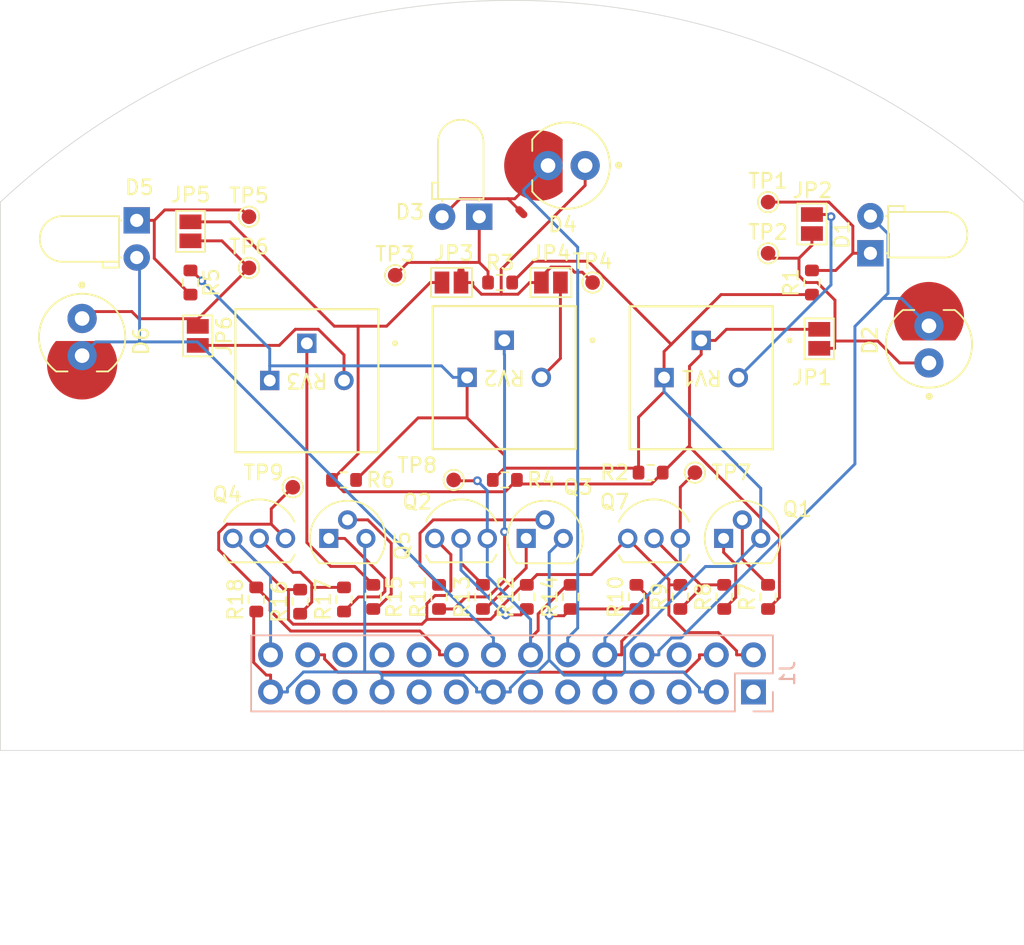
<source format=kicad_pcb>
(kicad_pcb (version 20240108) (generator "pcbnew") (generator_version "8.0")
  (layers (0 "F.Cu" signal) (31 "B.Cu" signal) (34 "B.Paste" user) (35 "F.Paste" user) (36 "B.SilkS" user "B.Silkscreen") (37 "F.SilkS" user "F.Silkscreen") (38 "B.Mask" user) (39 "F.Mask" user) (44 "Edge.Cuts" user))
  (net 0 "")
  (net 1 "PE15")
  (net 2 "PE13")
  (net 3 "PE11")
  (net 4 "PC4")
  (net 5 "3V3")
  (net 6 "PA3")
  (net 7 "BATT")
  (net 8 "GND")
  (net 9 "PE9")
  (net 10 "PA7")
  (net 11 "PE1")
  (net 12 "AB0")
  (net 13 "PE14")
  (net 14 "PC2")
  (net 15 "PB11")
  (net 16 "PA4")
  (net 17 "PA5")
  (net 18 "PA6")
  (net 19 "PE12")
  (net 20 "PC5")
  (net 21 "PE10")
  (net 22 "PE8")
  (net 23 "V_SL")
  (net 24 "Net-(JP2-B)")
  (net 25 "Net-(JP4-B)")
  (net 26 "Net-(JP6-B)")
  (net 27 "Net-(Q1-B)")
  (net 28 "Net-(Q1-C)")
  (net 29 "Net-(Q2-PadB)")
  (net 30 "Net-(Q3-B)")
  (net 31 "Net-(Q3-C)")
  (net 32 "Net-(Q4-PadB)")
  (net 33 "Net-(Q5-C)")
  (net 34 "Net-(Q5-B)")
  (net 35 "Net-(Q7-PadB)")
  (net 36 "V_SC")
  (net 37 "V_SR")
  (net 38 "Net-(D1-K)")
  (net 39 "Net-(D3-K)")
  (net 40 "Net-(D5-K)")
  (net 41 "Net-(JP1-A)")
  (net 42 "Net-(JP3-A)")
  (net 43 "Net-(JP5-A)")
  (footprint "TestPoint:TestPoint_Pad_D1.0mm" (layer "F.Cu") (at 83.5 50)
    (property "Reference" "TP5")
    (property "Value" "TestPoint")
  )
  (footprint "Jumper:SolderJumper-2_P1.3mm_Open_Pad1.0x1.5mm" (layer "F.Cu") (at 122.5 58.35 90)
    (property "Reference" "JP1")
    (property "Value" "Jumper_2_Open")
  )
  (footprint "Package_TO_SOT_THT:TO-92L" (layer "F.Cu") (at 88.96 72)
    (property "Reference" "Q5")
    (property "Value" "NPN")
  )
  (footprint "Jumper:SolderJumper-2_P1.3mm_Open_Pad1.0x1.5mm" (layer "F.Cu") (at 79.5 51 90)
    (property "Reference" "JP5")
    (property "Value" "Jumper_2_Open")
  )
  (footprint "TestPoint:TestPoint_Pad_D1.0mm" (layer "F.Cu") (at 119 49)
    (property "Reference" "TP1")
    (property "Value" "TestPoint")
  )
  (footprint "Resistor_SMD:R_0603_1608Metric" (layer "F.Cu") (at 100.675 54.5 180)
    (property "Reference" "R3")
    (property "Value" "100")
  )
  (footprint "SFH_203_PFA:XDCR_SFH_203_PFA" (layer "F.Cu") (at 105.2218 46.5 180)
    (property "Reference" "D4")
    (property "Value" "SFH_203_PFA")
  )
  (footprint "Package_TO_SOT_THT:TO-92L" (layer "F.Cu") (at 115.96 72)
    (property "Reference" "Q1")
    (property "Value" "NPN")
  )
  (footprint "Jumper:SolderJumper-2_P1.3mm_Open_Pad1.0x1.5mm" (layer "F.Cu") (at 104.15 54.5)
    (property "Reference" "JP4")
    (property "Value" "Jumper_2_Open")
  )
  (footprint "Resistor_SMD:R_0603_1608Metric" (layer "F.Cu") (at 92 76 -90)
    (property "Reference" "R15")
    (property "Value" "1k")
  )
  (footprint "SFH_203_PFA:XDCR_SFH_203_PFA" (layer "F.Cu") (at 72.0909 58.23 -90)
    (property "Reference" "D6")
    (property "Value" "SFH_203_PFA")
  )
  (footprint "Resistor_SMD:R_0603_1608Metric" (layer "F.Cu") (at 119 76 90)
    (property "Reference" "R7")
    (property "Value" "1k")
  )
  (footprint "PN2907A:TO92-EBC" (layer "F.Cu") (at 111.2 70.73)
    (property "Reference" "Q7")
    (property "Value" "PN2907A")
  )
  (footprint "Resistor_SMD:R_0603_1608Metric" (layer "F.Cu") (at 79.5 54.5 -90)
    (property "Reference" "R5")
    (property "Value" "100")
  )
  (footprint "PN2907A:TO92-EBC" (layer "F.Cu") (at 98 70.73)
    (property "Reference" "Q2")
    (property "Value" "PN2907A")
  )
  (footprint "Resistor_SMD:R_0603_1608Metric" (layer "F.Cu") (at 105.5 76 90)
    (property "Reference" "R14")
    (property "Value" "10k")
  )
  (footprint "Resistor_SMD:R_0603_1608Metric" (layer "F.Cu") (at 87 76.325 90)
    (property "Reference" "R16")
    (property "Value" "1k")
  )
  (footprint "TestPoint:TestPoint_Pad_D1.0mm" (layer "F.Cu") (at 97.5 68)
    (property "Reference" "TP8")
    (property "Value" "TestPoint")
  )
  (footprint "Jumper:SolderJumper-2_P1.3mm_Open_Pad1.0x1.5mm" (layer "F.Cu") (at 122 50.5 90)
    (property "Reference" "JP2")
    (property "Value" "Jumper_2_Open")
  )
  (footprint "Resistor_SMD:R_0603_1608Metric" (layer "F.Cu") (at 113 76 90)
    (property "Reference" "R9")
    (property "Value" "1k")
  )
  (footprint "Resistor_SMD:R_0603_1608Metric" (layer "F.Cu") (at 90 68 180)
    (property "Reference" "R6")
    (property "Value" "10K")
  )
  (footprint "SFH_203_PFA:XDCR_SFH_203_PFA" (layer "F.Cu") (at 130 58.73 90)
    (property "Reference" "D2")
    (property "Value" "SFH_203_PFA")
  )
  (footprint "TestPoint:TestPoint_Pad_D1.0mm" (layer "F.Cu") (at 114 67.5)
    (property "Reference" "TP7")
    (property "Value" "TestPoint")
  )
  (footprint "Resistor_SMD:R_0603_1608Metric" (layer "F.Cu") (at 99.5 76 90)
    (property "Reference" "R13")
    (property "Value" "1k")
  )
  (footprint "Resistor_SMD:R_0603_1608Metric" (layer "F.Cu") (at 102.5 76 90)
    (property "Reference" "R12")
    (property "Value" "1k")
  )
  (footprint "Resistor_SMD:R_0603_1608Metric" (layer "F.Cu") (at 84 76.175 90)
    (property "Reference" "R18")
    (property "Value" "10k")
  )
  (footprint "LED_THT:LED_D3.0mm_Horizontal_O1.27mm_Z2.0mm_IRBlack" (layer "F.Cu") (at 126 52.5 90)
    (property "Reference" "D1")
    (property "Value" "TSAL4400")
  )
  (footprint "LED_THT:LED_D3.0mm_Horizontal_O1.27mm_Z2.0mm_IRBlack" (layer "F.Cu") (at 75.825 50.25 -90)
    (property "Reference" "D5")
    (property "Value" "TSAL4400")
  )
  (footprint "TestPoint:TestPoint_Pad_D1.0mm" (layer "F.Cu") (at 86.5 68.5)
    (property "Reference" "TP9")
    (property "Value" "TestPoint")
  )
  (footprint "Jumper:SolderJumper-2_P1.3mm_Open_Pad1.0x1.5mm" (layer "F.Cu") (at 97.35 54.5 180)
    (property "Reference" "JP3")
    (property "Value" "Jumper_2_Open")
  )
  (footprint "PN2907A:TO92-EBC" (layer "F.Cu") (at 84.2 70.73)
    (property "Reference" "Q4")
    (property "Value" "PN2907A")
  )
  (footprint "LED_THT:LED_D3.0mm_Horizontal_O1.27mm_Z2.0mm_IRBlack" (layer "F.Cu") (at 99.25 50 180)
    (property "Reference" "D3")
    (property "Value" "TSAL4400")
  )
  (footprint "Resistor_SMD:R_0603_1608Metric" (layer "F.Cu") (at 116 76 90)
    (property "Reference" "R8")
    (property "Value" "1k")
  )
  (footprint "Resistor_SMD:R_0603_1608Metric" (layer "F.Cu") (at 122 54.5 90)
    (property "Reference" "R1")
    (property "Value" "100")
  )
  (footprint "Resistor_SMD:R_0603_1608Metric" (layer "F.Cu") (at 96.5 76 90)
    (property "Reference" "R11")
    (property "Value" "1k")
  )
  (footprint "footprints:POT_3386P" (layer "F.Cu") (at 103.5 60.9873 180)
    (property "Reference" "RV2")
    (property "Value" "10k")
  )
  (footprint "Jumper:SolderJumper-2_P1.3mm_Open_Pad1.0x1.5mm" (layer "F.Cu") (at 80 58.15 -90)
    (property "Reference" "JP6")
    (property "Value" "Jumper_2_Open")
  )
  (footprint "TestPoint:TestPoint_Pad_D1.0mm" (layer "F.Cu") (at 93.5 54)
    (property "Reference" "TP3")
    (property "Value" "TestPoint")
  )
  (footprint "TestPoint:TestPoint_Pad_D1.0mm" (layer "F.Cu") (at 119 52.5)
    (property "Reference" "TP2")
    (property "Value" "TestPoint")
  )
  (footprint "TestPoint:TestPoint_Pad_D1.0mm" (layer "F.Cu") (at 107 54.5)
    (property "Reference" "TP4")
    (property "Value" "TestPoint")
  )
  (footprint "Resistor_SMD:R_0603_1608Metric" (layer "F.Cu") (at 101 68)
    (property "Reference" "R4")
    (property "Value" "10k")
  )
  (footprint "Resistor_SMD:R_0603_1608Metric" (layer "F.Cu") (at 90 76.175 90)
    (property "Reference" "R17")
    (property "Value" "1k")
  )
  (footprint "TestPoint:TestPoint_Pad_D1.0mm" (layer "F.Cu") (at 83.5 53.5)
    (property "Reference" "TP6")
    (property "Value" "TestPoint")
  )
  (footprint "footprints:POT_3386P" (layer "F.Cu") (at 90 61.2 180)
    (property "Reference" "RV3")
    (property "Value" "10k")
  )
  (footprint "Package_TO_SOT_THT:TO-92L" (layer "F.Cu") (at 102.46 72)
    (property "Reference" "Q3")
    (property "Value" "NPN")
  )
  (footprint "footprints:POT_3386P" (layer "F.Cu") (at 116.9685 61 180)
    (property "Reference" "RV1")
    (property "Value" "10k")
  )
  (footprint "Resistor_SMD:R_0603_1608Metric" (layer "F.Cu") (at 110.9685 67.5)
    (property "Reference" "R2")
    (property "Value" "10K")
  )
  (footprint "Resistor_SMD:R_0603_1608Metric" (layer "F.Cu") (at 110 76 90)
    (property "Reference" "R10")
    (property "Value" "10k")
  )
  (footprint "Connector_PinHeader_2.54mm:PinHeader_2x14_P2.54mm_Vertical" (layer "B.Cu") (at 118 82.5 90)
    (property "Reference" "J1")
    (property "Value" "Conn_02x14_Odd_Even")
  )
  (gr_line (start 136.5 86.5) (end 136.5 49) (stroke (width 0.05)) (layer "Edge.Cuts"))
  (gr_line (start 66.5 86.5) (end 66.5 49) (stroke (width 0.05)) (layer "Edge.Cuts"))
  (gr_line (start 66.5 86.5) (end 136.5 86.5) (stroke (width 0.05)) (layer "Edge.Cuts"))
  (gr_arc (start 66.5 49) (mid 101.5 35.204289) (end 136.5 49) (stroke (width 0.05)) (layer "Edge.Cuts"))
  (segment (start 126.5 55.94) (end 126.8511 55.5891) (width 0.2) (layer "B.Cu") (net 1))
  (segment (start 110.38 79.96) (end 111.532 79.96) (width 0.2) (layer "B.Cu") (net 1))
  (segment (start 111.532 79.96) (end 111.532 79.672) (width 0.2) (layer "B.Cu") (net 1))
  (segment (start 127.202 51.1617) (end 126 49.96) (width 0.2) (layer "B.Cu") (net 1))
  (segment (start 126.8511 55.5891) (end 127.202 55.2383) (width 0.2) (layer "B.Cu") (net 1))
  (segment (start 124.94 57.4998) (end 126.5 55.94) (width 0.2) (layer "B.Cu") (net 1))
  (segment (start 126.8511 55.5891) (end 128.1291 55.5891) (width 0.2) (layer "B.Cu") (net 1))
  (segment (start 113.04 78.8083) (end 124.94 66.9076) (width 0.2) (layer "B.Cu") (net 1))
  (segment (start 128.1291 55.5891) (end 130 57.46) (width 0.2) (layer "B.Cu") (net 1))
  (segment (start 124.94 66.9076) (end 124.94 57.4998) (width 0.2) (layer "B.Cu") (net 1))
  (segment (start 127.202 55.2383) (end 127.202 51.1617) (width 0.2) (layer "B.Cu") (net 1))
  (segment (start 112.395 78.8083) (end 113.04 78.8083) (width 0.2) (layer "B.Cu") (net 1))
  (segment (start 111.532 79.672) (end 112.395 78.8083) (width 0.2) (layer "B.Cu") (net 1))
  (segment (start 101.97 49.53) (end 101.21 48.77) (width 0.2) (layer "F.Cu") (net 2))
  (segment (start 97.94 48.77) (end 96.71 50) (width 0.2) (layer "F.Cu") (net 2))
  (segment (start 101.21 48.77) (end 101.6818 48.77) (width 0.2) (layer "F.Cu") (net 2))
  (segment (start 101.6818 48.77) (end 103.9518 46.5) (width 0.2) (layer "F.Cu") (net 2))
  (segment (start 102.13 49.69) (end 102.29 49.85) (width 0.5) (layer "F.Cu") (net 2))
  (segment (start 101.97 49.53) (end 102.13 49.69) (width 0.5) (layer "F.Cu") (net 2))
  (segment (start 101.21 48.77) (end 97.94 48.77) (width 0.2) (layer "F.Cu") (net 2))
  (segment (start 102.29 48.1618) (end 103.9518 46.5) (width 0.2) (layer "B.Cu") (net 2))
  (segment (start 105.981 78.1277) (end 105.981 52.085967) (width 0.2) (layer "B.Cu") (net 2))
  (segment (start 105.3 78.8083) (end 105.981 78.1277) (width 0.2) (layer "B.Cu") (net 2))
  (segment (start 102.29 48.394967) (end 102.29 48.1618) (width 0.2) (layer "B.Cu") (net 2))
  (segment (start 105.3 79.96) (end 105.3 78.8083) (width 0.2) (layer "B.Cu") (net 2))
  (segment (start 105.981 52.085967) (end 102.29 48.394967) (width 0.2) (layer "B.Cu") (net 2))
  (segment (start 76.0182 52.9832) (end 75.825 52.79) (width 0.2) (layer "B.Cu") (net 3))
  (segment (start 79.9717 58.56) (end 76.0182 58.56) (width 0.2) (layer "B.Cu") (net 3))
  (segment (start 76.0182 58.56) (end 73.0309 58.56) (width 0.2) (layer "B.Cu") (net 3))
  (segment (start 100.22 79.96) (end 100.22 78.8083) (width 0.2) (layer "B.Cu") (net 3))
  (segment (start 76.0182 58.56) (end 76.0182 52.9832) (width 0.2) (layer "B.Cu") (net 3))
  (segment (start 73.0309 58.56) (end 72.0909 59.5) (width 0.2) (layer "B.Cu") (net 3))
  (segment (start 100.22 78.8083) (end 79.9717 58.56) (width 0.2) (layer "B.Cu") (net 3))
  (segment (start 102.5 75.175) (end 103.202 74.4725) (width 0.2) (layer "F.Cu") (net 5))
  (segment (start 97.3085 73.1085) (end 97.3085 75.5672) (width 0.2) (layer "F.Cu") (net 5))
  (segment (start 102.258 75.175) (end 100.379 77.0543) (width 0.2) (layer "F.Cu") (net 5))
  (segment (start 85.9 75.5) (end 86.2028 75.5) (width 0.2) (layer "F.Cu") (net 5))
  (segment (start 96.2 72) (end 97.3085 73.1085) (width 0.2) (layer "F.Cu") (net 5))
  (segment (start 96.9716 75.9041) (end 96.2227 75.9041) (width 0.2) (layer "F.Cu") (net 5))
  (segment (start 113.419 78.4409) (end 112.218 77.2407) (width 0.2) (layer "F.Cu") (net 5))
  (segment (start 82.4 72) (end 85.9 75.5) (width 0.2) (layer "F.Cu") (net 5))
  (segment (start 112.218 75.175) (end 112.218 74.8184) (width 0.2) (layer "F.Cu") (net 5))
  (segment (start 100.379 77.0543) (end 100.379 77.1795) (width 0.2) (layer "F.Cu") (net 5))
  (segment (start 97.3085 75.5672) (end 96.9716 75.9041) (width 0.2) (layer "F.Cu") (net 5))
  (segment (start 103.202 74.4725) (end 106.928 74.4725) (width 0.2) (layer "F.Cu") (net 5))
  (segment (start 95.6639 77.5328) (end 95.3292 77.8675) (width 0.2) (layer "F.Cu") (net 5))
  (segment (start 96.2227 75.9041) (end 95.6639 76.4629) (width 0.2) (layer "F.Cu") (net 5))
  (segment (start 86.5223 77.8675) (end 86.2028 77.548) (width 0.2) (layer "F.Cu") (net 5))
  (segment (start 112.218 75.175) (end 113 75.175) (width 0.2) (layer "F.Cu") (net 5))
  (segment (start 115.598 78.4409) (end 113.419 78.4409) (width 0.2) (layer "F.Cu") (net 5))
  (segment (start 86.2028 77.548) (end 86.2028 75.5) (width 0.2) (layer "F.Cu") (net 5))
  (segment (start 102.5 75.175) (end 102.258 75.175) (width 0.2) (layer "F.Cu") (net 5))
  (segment (start 86.2028 75.5) (end 87 75.5) (width 0.2) (layer "F.Cu") (net 5))
  (segment (start 100.026 77.5328) (end 95.6639 77.5328) (width 0.2) (layer "F.Cu") (net 5))
  (segment (start 116.848 79.6915) (end 115.598 78.4409) (width 0.2) (layer "F.Cu") (net 5))
  (segment (start 95.6639 76.4629) (end 95.6639 77.5328) (width 0.2) (layer "F.Cu") (net 5))
  (segment (start 112.218 74.8184) (end 109.4 72) (width 0.2) (layer "F.Cu") (net 5))
  (segment (start 100.379 77.1795) (end 100.026 77.5328) (width 0.2) (layer "F.Cu") (net 5))
  (segment (start 118 79.96) (end 116.848 79.96) (width 0.2) (layer "F.Cu") (net 5))
  (segment (start 106.928 74.4725) (end 109.4 72) (width 0.2) (layer "F.Cu") (net 5))
  (segment (start 116.848 79.96) (end 116.848 79.6915) (width 0.2) (layer "F.Cu") (net 5))
  (segment (start 95.3292 77.8675) (end 86.5223 77.8675) (width 0.2) (layer "F.Cu") (net 5))
  (segment (start 112.218 77.2407) (end 112.218 75.175) (width 0.2) (layer "F.Cu") (net 5))
  (segment (start 84.98 74.58) (end 82.4 72) (width 0.2) (layer "B.Cu") (net 5))
  (segment (start 84.98 79.96) (end 84.98 74.58) (width 0.2) (layer "B.Cu") (net 5))
  (segment (start 114.308 79.96) (end 114.308 80.2285) (width 0.2) (layer "F.Cu") (net 7))
  (segment (start 88.6717 80.2479) (end 88.6717 79.96) (width 0.2) (layer "F.Cu") (net 7))
  (segment (start 114.308 80.2285) (end 113.386 81.1506) (width 0.2) (layer "F.Cu") (net 7))
  (segment (start 115.46 79.96) (end 114.308 79.96) (width 0.2) (layer "F.Cu") (net 7))
  (segment (start 113.386 81.1506) (end 89.5744 81.1506) (width 0.2) (layer "F.Cu") (net 7))
  (segment (start 89.5744 81.1506) (end 88.6717 80.2479) (width 0.2) (layer "F.Cu") (net 7))
  (segment (start 88.6717 79.96) (end 87.52 79.96) (width 0.2) (layer "F.Cu") (net 7))
  (segment (start 111.8885 60.5926) (end 111.8885 61) (width 0.2) (layer "F.Cu") (net 8))
  (segment (start 110.1435 67.3484) (end 110.1435 67.5) (width 0.2) (layer "F.Cu") (net 8))
  (segment (start 112.378 58.7326) (end 111.888 59.2221) (width 0.2) (layer "F.Cu") (net 8))
  (segment (start 110.144 67.1959) (end 110.144 67.3479) (width 0.2) (layer "F.Cu") (net 8))
  (segment (start 110.144 63.7071) (end 110.144 67.1959) (width 0.2) (layer "F.Cu") (net 8))
  (segment (start 111.888 60.5921) (end 111.888 61.9621) (width 0.2) (layer "F.Cu") (net 8))
  (segment (start 102.956 53.0435) (end 101.5 54.5) (width 0.2) (layer "F.Cu") (net 8))
  (segment (start 110.144 67.3479) (end 110.144 67.5) (width 0.2) (layer "F.Cu") (net 8))
  (segment (start 98.42 63.7565) (end 98.42 60.9873) (width 0.2) (layer "F.Cu") (net 8))
  (segment (start 110.144 67.1959) (end 100.979 67.1959) (width 0.2) (layer "F.Cu") (net 8))
  (segment (start 110 76.825) (end 105.5 76.825) (width 0.2) (layer "F.Cu") (net 8))
  (segment (start 111.888 59.2221) (end 111.888 60.5921) (width 0.2) (layer "F.Cu") (net 8))
  (segment (start 95.0685 63.7565) (end 90.825 68) (width 0.2) (layer "F.Cu") (net 8))
  (segment (start 105.038 77.2866) (end 104.034 77.2866) (width 0.2) (layer "F.Cu") (net 8))
  (segment (start 98.42 63.7565) (end 95.0685 63.7565) (width 0.2) (layer "F.Cu") (net 8))
  (segment (start 84.6921 81.3483) (end 83.8238 80.48) (width 0.2) (layer "F.Cu") (net 8))
  (segment (start 83.8238 77.1762) (end 84 77) (width 0.2) (layer "F.Cu") (net 8))
  (segment (start 84.98 81.3483) (end 84.6921 81.3483) (width 0.2) (layer "F.Cu") (net 8))
  (segment (start 100.979 66.3156) (end 98.42 63.7565) (width 0.2) (layer "F.Cu") (net 8))
  (segment (start 106.689 53.0435) (end 102.956 53.0435) (width 0.2) (layer "F.Cu") (net 8))
  (segment (start 84.98 82.5) (end 84.98 81.3483) (width 0.2) (layer "F.Cu") (net 8))
  (segment (start 83.8238 80.48) (end 83.8238 77.1762) (width 0.2) (layer "F.Cu") (net 8))
  (segment (start 100.979 67.1959) (end 100.979 66.3156) (width 0.2) (layer "F.Cu") (net 8))
  (segment (start 111.888 60.5921) (end 111.8885 60.5926) (width 0.2) (layer "F.Cu") (net 8))
  (segment (start 111.888 61.9621) (end 110.144 63.7071) (width 0.2) (layer "F.Cu") (net 8))
  (segment (start 105.5 76.825) (end 105.038 77.2866) (width 0.2) (layer "F.Cu") (net 8))
  (segment (start 115.786 55.325) (end 112.378 58.7326) (width 0.2) (layer "F.Cu") (net 8))
  (segment (start 100.979 67.1959) (end 100.175 68) (width 0.2) (layer "F.Cu") (net 8))
  (segment (start 79.5688 53.675) (end 79.5 53.675) (width 0.2) (layer "F.Cu") (net 8))
  (segment (start 112.378 58.7326) (end 106.689 53.0435) (width 0.2) (layer "F.Cu") (net 8))
  (segment (start 122 55.325) (end 115.786 55.325) (width 0.2) (layer "F.Cu") (net 8))
  (segment (start 110.144 67.3479) (end 110.1435 67.3484) (width 0.2) (layer "F.Cu") (net 8))
  (segment (start 80.2716 54.3778) (end 79.5688 53.675) (width 0.2) (layer "F.Cu") (net 8))
  (via (at 104.034 77.2866) (size 0.6) (drill 0.3) (layers "F.Cu" "B.Cu") (net 8))
  (via (at 80.2716 54.3778) (size 0.6) (drill 0.3) (layers "F.Cu" "B.Cu") (net 8))
  (segment (start 107.84 82.5) (end 107.84 81.3483) (width 0.2) (layer "B.Cu") (net 8))
  (segment (start 84.92 59.0262) (end 80.2716 54.3778) (width 0.2) (layer "B.Cu") (net 8))
  (segment (start 114.308 82.5) (end 115.46 82.5) (width 0.2) (layer "B.Cu") (net 8))
  (segment (start 116.579 73.9211) (end 118.5 72) (width 0.2) (layer "B.Cu") (net 8))
  (segment (start 100.22 82.5) (end 99.0683 82.5) (width 0.2) (layer "B.Cu") (net 8))
  (segment (start 84.98 82.5) (end 86.1317 82.5) (width 0.2) (layer "B.Cu") (net 8))
  (segment (start 104.03 80.3221) (end 105.056 81.3483) (width 0.2) (layer "B.Cu") (net 8))
  (segment (start 109.189 81.1291) (end 109.189 79.4483) (width 0.2) (layer "B.Cu") (net 8))
  (segment (start 111.888 61.9621) (end 118.5 68.5736) (width 0.2) (layer "B.Cu") (net 8))
  (segment (start 98.1851 81.3483) (end 92.6015 81.3483) (width 0.2) (layer "B.Cu") (net 8))
  (segment (start 104.03 77.291) (end 104.03 80.3221) (width 0.2) (layer "B.Cu") (net 8))
  (segment (start 92.6 81.3483) (end 92.6 81.3498) (width 0.2) (layer "B.Cu") (net 8))
  (segment (start 91.415 81.1291) (end 92.3808 81.1291) (width 0.2) (layer "B.Cu") (net 8))
  (segment (start 102.492 81.1117) (end 101.372 82.2315) (width 0.2) (layer "B.Cu") (net 8))
  (segment (start 107.84 81.3483) (end 108.97 81.3483) (width 0.2) (layer "B.Cu") (net 8))
  (segment (start 92.6015 81.3483) (end 92.6 81.3498) (width 0.2) (layer "B.Cu") (net 8))
  (segment (start 104.03 80.3221) (end 103.24 81.1117) (width 0.2) (layer "B.Cu") (net 8))
  (segment (start 104.034 77.2866) (end 104.03 77.291) (width 0.2) (layer "B.Cu") (net 8))
  (segment (start 105.056 81.3483) (end 107.84 81.3483) (width 0.2) (layer "B.Cu") (net 8))
  (segment (start 91.415 81.1291) (end 91.415 72.085) (width 0.2) (layer "B.Cu") (net 8))
  (segment (start 104.034 72.9656) (end 104.034 77.2866) (width 0.2) (layer "B.Cu") (net 8))
  (segment (start 105 72) (end 104.034 72.9656) (width 0.2) (layer "B.Cu") (net 8))
  (segment (start 99.0683 82.5) (end 99.0683 82.2315) (width 0.2) (layer "B.Cu") (net 8))
  (segment (start 113.206 81.1291) (end 114.308 82.2315) (width 0.2) (layer "B.Cu") (net 8))
  (segment (start 109.189 81.1291) (end 113.206 81.1291) (width 0.2) (layer "B.Cu") (net 8))
  (segment (start 84.92 60.1974) (end 96.668 60.1974) (width 0.2) (layer "B.Cu") (net 8))
  (segment (start 111.888 61) (end 111.888 61.9621) (width 0.2) (layer "B.Cu") (net 8))
  (segment (start 91.415 72.085) (end 91.5 72) (width 0.2) (layer "B.Cu") (net 8))
  (segment (start 96.668 60.1974) (end 97.4579 60.9873) (width 0.2) (layer "B.Cu") (net 8))
  (segment (start 86.1317 82.2315) (end 87.2341 81.1291) (width 0.2) (layer "B.Cu") (net 8))
  (segment (start 84.92 60.1974) (end 84.92 59.0262) (width 0.2) (layer "B.Cu") (net 8))
  (segment (start 108.97 81.3483) (end 109.189 81.1291) (width 0.2) (layer "B.Cu") (net 8))
  (segment (start 84.92 61.2) (end 84.92 60.1974) (width 0.2) (layer "B.Cu") (net 8))
  (segment (start 97.4579 60.9873) (end 98.42 60.9873) (width 0.2) (layer "B.Cu") (net 8))
  (segment (start 99.0683 82.2315) (end 98.1851 81.3483) (width 0.2) (layer "B.Cu") (net 8))
  (segment (start 87.2341 81.1291) (end 91.415 81.1291) (width 0.2) (layer "B.Cu") (net 8))
  (segment (start 109.189 79.4483) (end 114.716 73.9211) (width 0.2) (layer "B.Cu") (net 8))
  (segment (start 86.1317 82.5) (end 86.1317 82.2315) (width 0.2) (layer "B.Cu") (net 8))
  (segment (start 111.8885 61) (end 111.888 61) (width 0.2) (layer "B.Cu") (net 8))
  (segment (start 114.716 73.9211) (end 116.579 73.9211) (width 0.2) (layer "B.Cu") (net 8))
  (segment (start 114.308 82.2315) (end 114.308 82.5) (width 0.2) (layer "B.Cu") (net 8))
  (segment (start 101.372 82.2315) (end 101.372 82.5) (width 0.2) (layer "B.Cu") (net 8))
  (segment (start 103.24 81.1117) (end 102.492 81.1117) (width 0.2) (layer "B.Cu") (net 8))
  (segment (start 118.5 68.5736) (end 118.5 72) (width 0.2) (layer "B.Cu") (net 8))
  (segment (start 92.3808 81.1291) (end 92.6 81.3483) (width 0.2) (layer "B.Cu") (net 8))
  (segment (start 92.6 82.5) (end 92.6 81.3498) (width 0.2) (layer "B.Cu") (net 8))
  (segment (start 101.372 82.5) (end 100.22 82.5) (width 0.2) (layer "B.Cu") (net 8))
  (segment (start 107.84 79.96) (end 108.992 79.96) (width 0.2) (layer "F.Cu") (net 13))
  (segment (start 108.992 79.96) (end 108.992 79.0258) (width 0.2) (layer "F.Cu") (net 13))
  (segment (start 110.778 75.9535) (end 110 75.175) (width 0.2) (layer "F.Cu") (net 13))
  (segment (start 113 72) (end 113 68.5) (width 0.2) (layer "F.Cu") (net 13))
  (segment (start 110.778 77.239) (end 110.778 75.9535) (width 0.2) (layer "F.Cu") (net 13))
  (segment (start 108.992 79.0258) (end 110.778 77.239) (width 0.2) (layer "F.Cu") (net 13))
  (segment (start 113 68.5) (end 114 67.5) (width 0.2) (layer "F.Cu") (net 13))
  (segment (start 107.84 79.96) (end 107.84 78.8083) (width 0.2) (layer "B.Cu") (net 13))
  (segment (start 107.84 78.8083) (end 113 73.6483) (width 0.2) (layer "B.Cu") (net 13))
  (segment (start 113 73.6483) (end 113 72) (width 0.2) (layer "B.Cu") (net 13))
  (segment (start 102.76 79.96) (end 102.76 78.8083) (width 0.2) (layer "F.Cu") (net 19))
  (segment (start 103.278 77.1582) (end 105.261 75.175) (width 0.2) (layer "F.Cu") (net 19))
  (segment (start 102.76 78.8083) (end 103.278 78.2908) (width 0.2) (layer "F.Cu") (net 19))
  (segment (start 103.278 78.2908) (end 103.278 77.1582) (width 0.2) (layer "F.Cu") (net 19))
  (segment (start 99.1193 68.0582) (end 97.5582 68.0582) (width 0.2) (layer "F.Cu") (net 19))
  (segment (start 105.261 75.175) (end 105.5 75.175) (width 0.2) (layer "F.Cu") (net 19))
  (segment (start 97.5582 68.0582) (end 97.5 68) (width 0.2) (layer "F.Cu") (net 19))
  (via (at 99.1193 68.0582) (size 0.6) (drill 0.3) (layers "F.Cu" "B.Cu") (net 19))
  (segment (start 99.8001 74.5797) (end 99.8001 72.3623) (width 0.2) (layer "B.Cu") (net 19))
  (segment (start 99.8001 72) (end 99.8 72) (width 0.2) (layer "B.Cu") (net 19))
  (segment (start 99.8001 72.3623) (end 99.8001 72) (width 0.2) (layer "B.Cu") (net 19))
  (segment (start 99.8001 72.3623) (end 99.8001 72) (width 0.2) (layer "B.Cu") (net 19))
  (segment (start 102.76 77.5396) (end 99.8001 74.5797) (width 0.2) (layer "B.Cu") (net 19))
  (segment (start 99.8001 68.739) (end 99.1193 68.0582) (width 0.2) (layer "B.Cu") (net 19))
  (segment (start 102.76 79.96) (end 102.76 77.5396) (width 0.2) (layer "B.Cu") (net 19))
  (segment (start 99.8001 72) (end 99.8001 68.739) (width 0.2) (layer "B.Cu") (net 19))
  (segment (start 86.3519 78.3336) (end 84.949 76.9307) (width 0.2) (layer "F.Cu") (net 21))
  (segment (start 96.5283 79.96) (end 96.5283 79.6721) (width 0.2) (layer "F.Cu") (net 21))
  (segment (start 81.4299 72.7799) (end 81.4299 71.6044) (width 0.2) (layer "F.Cu") (net 21))
  (segment (start 85.0267 71.0267) (end 85.0267 69.9733) (width 0.2) (layer "F.Cu") (net 21))
  (segment (start 85.0267 69.9733) (end 86.5 68.5) (width 0.2) (layer "F.Cu") (net 21))
  (segment (start 96.5283 79.6721) (end 95.1898 78.3336) (width 0.2) (layer "F.Cu") (net 21))
  (segment (start 82.0076 71.0267) (end 85.0267 71.0267) (width 0.2) (layer "F.Cu") (net 21))
  (segment (start 84.949 76.299) (end 84 75.35) (width 0.2) (layer "F.Cu") (net 21))
  (segment (start 81.4299 71.6044) (end 82.0076 71.0267) (width 0.2) (layer "F.Cu") (net 21))
  (segment (start 95.1898 78.3336) (end 86.3519 78.3336) (width 0.2) (layer "F.Cu") (net 21))
  (segment (start 84 75.35) (end 81.4299 72.7799) (width 0.2) (layer "F.Cu") (net 21))
  (segment (start 85.0267 71.0267) (end 86 72) (width 0.2) (layer "F.Cu") (net 21))
  (segment (start 97.68 79.96) (end 96.5283 79.96) (width 0.2) (layer "F.Cu") (net 21))
  (segment (start 84.949 76.9307) (end 84.949 76.299) (width 0.2) (layer "F.Cu") (net 21))
  (segment (start 119.778 76.0465) (end 119 76.825) (width 0.2) (layer "F.Cu") (net 23))
  (segment (start 89.175 68) (end 90.9654 66.2096) (width 0.2) (layer "F.Cu") (net 23))
  (segment (start 111.016 68.2775) (end 111.7937 67.5002) (width 0.2) (layer "F.Cu") (net 23))
  (segment (start 116.151 57.7) (end 115.391 58.46) (width 0.2) (layer "F.Cu") (net 23))
  (segment (start 102.102 68.2775) (end 111.016 68.2775) (width 0.2) (layer "F.Cu") (net 23))
  (segment (start 101.825 68) (end 101.017 68.8076) (width 0.2) (layer "F.Cu") (net 23))
  (segment (start 113.628 65.7366) (end 119.778 71.8872) (width 0.2) (layer "F.Cu") (net 23))
  (segment (start 90.9654 57.4875) (end 89.3375 57.4875) (width 0.2) (layer "F.Cu") (net 23))
  (segment (start 101.825 68) (end 102.102 68.2775) (width 0.2) (layer "F.Cu") (net 23))
  (segment (start 111.7935 67.5) (end 111.7937 67.5002) (width 0.2) (layer "F.Cu") (net 23))
  (segment (start 113.557 65.7366) (end 113.628 65.7366) (width 0.2) (layer "F.Cu") (net 23))
  (segment (start 82.2 50.35) (end 79.5 50.35) (width 0.2) (layer "F.Cu") (net 23))
  (segment (start 114.428 58.46) (end 114.428 59.4221) (width 0.2) (layer "F.Cu") (net 23))
  (segment (start 89.3375 57.4875) (end 82.2 50.35) (width 0.2) (layer "F.Cu") (net 23))
  (segment (start 114.4285 58.46) (end 114.428 58.46) (width 0.2) (layer "F.Cu") (net 23))
  (segment (start 101.017 68.8076) (end 89.9826 68.8076) (width 0.2) (layer "F.Cu") (net 23))
  (segment (start 122.5 57.7) (end 116.151 57.7) (width 0.2) (layer "F.Cu") (net 23))
  (segment (start 111.7937 67.5002) (end 111.794 67.5) (width 0.2) (layer "F.Cu") (net 23))
  (segment (start 89.9826 68.8076) (end 89.175 68) (width 0.2) (layer "F.Cu") (net 23))
  (segment (start 95.8983 54.5) (end 92.9108 57.4875) (width 0.2) (layer "F.Cu") (net 23))
  (segment (start 92.9108 57.4875) (end 90.9654 57.4875) (width 0.2) (layer "F.Cu") (net 23))
  (segment (start 111.794 67.5) (end 113.557 65.7366) (width 0.2) (layer "F.Cu") (net 23))
  (segment (start 115.391 58.46) (end 114.4285 58.46) (width 0.2) (layer "F.Cu") (net 23))
  (segment (start 119.778 71.8872) (end 119.778 76.0465) (width 0.2) (layer "F.Cu") (net 23))
  (segment (start 113.628 60.2227) (end 113.628 65.7366) (width 0.2) (layer "F.Cu") (net 23))
  (segment (start 114.428 59.4221) (end 113.628 60.2227) (width 0.2) (layer "F.Cu") (net 23))
  (segment (start 90.9654 66.2096) (end 90.9654 57.4875) (width 0.2) (layer "F.Cu") (net 23))
  (segment (start 96.7 54.5) (end 95.8983 54.5) (width 0.2) (layer "F.Cu") (net 23))
  (segment (start 123.199 49.9973) (end 123.304 49.9973) (width 0.2) (layer "F.Cu") (net 24))
  (segment (start 122 49.85) (end 123.052 49.85) (width 0.2) (layer "F.Cu") (net 24))
  (segment (start 123.052 49.85) (end 123.199 49.9973) (width 0.2) (layer "F.Cu") (net 24))
  (via (at 123.304 49.9973) (size 0.6) (drill 0.3) (layers "F.Cu" "B.Cu") (net 24))
  (segment (start 116.9683 60.9998) (end 123.304 54.6644) (width 0.2) (layer "B.Cu") (net 24))
  (segment (start 116.9685 61) (end 116.9683 60.9998) (width 0.2) (layer "B.Cu") (net 24))
  (segment (start 123.304 54.6644) (end 123.304 49.9973) (width 0.2) (layer "B.Cu") (net 24))
  (segment (start 116.968 61) (end 116.9683 60.9998) (width 0.2) (layer "B.Cu") (net 24))
  (segment (start 103.5 60.9873) (end 104.8 59.6873) (width 0.2) (layer "F.Cu") (net 25))
  (segment (start 104.8 59.6873) (end 104.8 54.5) (width 0.2) (layer "F.Cu") (net 25))
  (segment (start 85.5725 58.8) (end 86.6746 57.6979) (width 0.2) (layer "F.Cu") (net 26))
  (segment (start 86.6746 57.6979) (end 88.2458 57.6979) (width 0.2) (layer "F.Cu") (net 26))
  (segment (start 90 59.4521) (end 90 61.2) (width 0.2) (layer "F.Cu") (net 26))
  (segment (start 80 58.8) (end 85.5725 58.8) (width 0.2) (layer "F.Cu") (net 26))
  (segment (start 88.2458 57.6979) (end 90 59.4521) (width 0.2) (layer "F.Cu") (net 26))
  (segment (start 119 75.175) (end 117.24 73.415) (width 0.2) (layer "F.Cu") (net 27))
  (segment (start 117.24 73.415) (end 117.24 70.73) (width 0.2) (layer "F.Cu") (net 27))
  (segment (start 116.787 73.779) (end 116.787 76.0377) (width 0.2) (layer "F.Cu") (net 28))
  (segment (start 115.96 72) (end 115.96 72.9517) (width 0.2) (layer "F.Cu") (net 28))
  (segment (start 116.787 76.0377) (end 116 76.825) (width 0.2) (layer "F.Cu") (net 28))
  (segment (start 115.96 72.9517) (end 116.787 73.779) (width 0.2) (layer "F.Cu") (net 28))
  (segment (start 101.058 77.2291) (end 102.096 77.2291) (width 0.2) (layer "F.Cu") (net 29))
  (segment (start 98 73.675) (end 99.5 75.175) (width 0.2) (layer "F.Cu") (net 29))
  (segment (start 102.096 77.2291) (end 102.5 76.825) (width 0.2) (layer "F.Cu") (net 29))
  (segment (start 98 72) (end 98 73.675) (width 0.2) (layer "F.Cu") (net 29))
  (via (at 101.058 77.2291) (size 0.6) (drill 0.3) (layers "F.Cu" "B.Cu") (net 29))
  (segment (start 98 74.1708) (end 101.058 77.2291) (width 0.2) (layer "B.Cu") (net 29))
  (segment (start 98 72) (end 98 74.1708) (width 0.2) (layer "B.Cu") (net 29))
  (segment (start 95.1951 71.6426) (end 96.1077 70.73) (width 0.2) (layer "F.Cu") (net 30))
  (segment (start 96.1077 70.73) (end 103.74 70.73) (width 0.2) (layer "F.Cu") (net 30))
  (segment (start 96.5 75.175) (end 95.1951 73.8701) (width 0.2) (layer "F.Cu") (net 30))
  (segment (start 95.1951 73.8701) (end 95.1951 71.6426) (width 0.2) (layer "F.Cu") (net 30))
  (segment (start 102.46 74.0259) (end 102.46 72) (width 0.2) (layer "F.Cu") (net 31))
  (segment (start 99.5 76.825) (end 99.6609 76.825) (width 0.2) (layer "F.Cu") (net 31))
  (segment (start 99.6609 76.825) (end 102.46 74.0259) (width 0.2) (layer "F.Cu") (net 31))
  (segment (start 87.0197 74.3167) (end 87.7946 75.0916) (width 0.2) (layer "F.Cu") (net 32))
  (segment (start 87.7946 75.35) (end 90 75.35) (width 0.2) (layer "F.Cu") (net 32))
  (segment (start 86.5167 74.3167) (end 87.0197 74.3167) (width 0.2) (layer "F.Cu") (net 32))
  (segment (start 87.7946 76.3554) (end 87 77.15) (width 0.2) (layer "F.Cu") (net 32))
  (segment (start 84.2 72) (end 86.5167 74.3167) (width 0.2) (layer "F.Cu") (net 32))
  (segment (start 87.7946 75.35) (end 87.7946 76.3554) (width 0.2) (layer "F.Cu") (net 32))
  (segment (start 87.7946 75.0916) (end 87.7946 75.35) (width 0.2) (layer "F.Cu") (net 32))
  (segment (start 92.7976 74.7466) (end 92.7976 75.6236) (width 0.2) (layer "F.Cu") (net 33))
  (segment (start 91 76) (end 90 77) (width 0.2) (layer "F.Cu") (net 33))
  (segment (start 88.96 72) (end 90.051 72) (width 0.2) (layer "F.Cu") (net 33))
  (segment (start 92.4212 76) (end 91 76) (width 0.2) (layer "F.Cu") (net 33))
  (segment (start 92.7976 75.6236) (end 92.4212 76) (width 0.2) (layer "F.Cu") (net 33))
  (segment (start 90.051 72) (end 92.7976 74.7466) (width 0.2) (layer "F.Cu") (net 33))
  (segment (start 93.2316 72.3288) (end 91.6328 70.73) (width 0.2) (layer "F.Cu") (net 34))
  (segment (start 93.2316 75.8046) (end 93.2316 72.3288) (width 0.2) (layer "F.Cu") (net 34))
  (segment (start 92 76.825) (end 92.2112 76.825) (width 0.2) (layer "F.Cu") (net 34))
  (segment (start 92.2112 76.825) (end 93.2316 75.8046) (width 0.2) (layer "F.Cu") (net 34))
  (segment (start 91.6328 70.73) (end 90.24 70.73) (width 0.2) (layer "F.Cu") (net 34))
  (segment (start 114.279 75.5456) (end 113 76.825) (width 0.2) (layer "F.Cu") (net 35))
  (segment (start 114.279 75.175) (end 114.279 75.5456) (width 0.2) (layer "F.Cu") (net 35))
  (segment (start 114.279 75.175) (end 116 75.175) (width 0.2) (layer "F.Cu") (net 35))
  (segment (start 114.279 75.0794) (end 114.279 75.175) (width 0.2) (layer "F.Cu") (net 35))
  (segment (start 111.2 72) (end 114.279 75.0794) (width 0.2) (layer "F.Cu") (net 35))
  (segment (start 98.3432 76) (end 97.5182 76.825) (width 0.2) (layer "F.Cu") (net 36))
  (segment (start 99.8671 76) (end 98.3432 76) (width 0.2) (layer "F.Cu") (net 36))
  (segment (start 100.98 74.8869) (end 99.8671 76) (width 0.2) (layer "F.Cu") (net 36))
  (segment (start 97.5182 76.825) (end 96.5 76.825) (width 0.2) (layer "F.Cu") (net 36))
  (segment (start 100.98 71.5461) (end 100.98 74.8869) (width 0.2) (layer "F.Cu") (net 36))
  (via (at 100.98 71.5461) (size 0.6) (drill 0.3) (layers "F.Cu" "B.Cu") (net 36))
  (segment (start 100.96 58.4473) (end 100.96 59.4094) (width 0.2) (layer "B.Cu") (net 36))
  (segment (start 100.96 59.4094) (end 100.98 59.4296) (width 0.2) (layer "B.Cu") (net 36))
  (segment (start 100.98 59.4296) (end 100.98 71.5461) (width 0.2) (layer "B.Cu") (net 36))
  (segment (start 90.74 73.915) (end 89.0917 73.915) (width 0.2) (layer "F.Cu") (net 37))
  (segment (start 89.0917 73.915) (end 87.46 72.2833) (width 0.2) (layer "F.Cu") (net 37))
  (segment (start 92 75.175) (end 90.74 73.915) (width 0.2) (layer "F.Cu") (net 37))
  (segment (start 87.46 72.2833) (end 87.46 58.66) (width 0.2) (layer "F.Cu") (net 37))
  (segment (start 124.798 52.5) (end 123.623 53.675) (width 0.2) (layer "F.Cu") (net 38))
  (segment (start 124.798 50.6406) (end 123.158 49) (width 0.2) (layer "F.Cu") (net 38))
  (segment (start 123.158 49) (end 119 49) (width 0.2) (layer "F.Cu") (net 38))
  (segment (start 123.623 53.675) (end 122 53.675) (width 0.2) (layer "F.Cu") (net 38))
  (segment (start 124.798 52.5) (end 124.798 50.6406) (width 0.2) (layer "F.Cu") (net 38))
  (segment (start 126 52.5) (end 124.798 52.5) (width 0.2) (layer "F.Cu") (net 38))
  (segment (start 99.85 53.726) (end 99.25 53.126) (width 0.2) (layer "F.Cu") (net 39))
  (segment (start 99.85 54.5) (end 99.85 53.726) (width 0.2) (layer "F.Cu") (net 39))
  (segment (start 99.25 50) (end 99.25 53.126) (width 0.2) (layer "F.Cu") (net 39))
  (segment (start 94.374 53.126) (end 99.25 53.126) (width 0.2) (layer "F.Cu") (net 39))
  (segment (start 93.5 54) (end 94.374 53.126) (width 0.2) (layer "F.Cu") (net 39))
  (segment (start 77.7413 49.5354) (end 83.0354 49.5354) (width 0.2) (layer "F.Cu") (net 40))
  (segment (start 79.5 55.325) (end 77.0267 52.8517) (width 0.2) (layer "F.Cu") (net 40))
  (segment (start 75.825 50.25) (end 77.0267 50.25) (width 0.2) (layer "F.Cu") (net 40))
  (segment (start 83.0354 49.5354) (end 83.5 50) (width 0.2) (layer "F.Cu") (net 40))
  (segment (start 77.0267 50.25) (end 77.7413 49.5354) (width 0.2) (layer "F.Cu") (net 40))
  (segment (start 77.0267 52.8517) (end 77.0267 50.25) (width 0.2) (layer "F.Cu") (net 40))
  (segment (start 119 52.5) (end 119.337 52.8371) (width 0.2) (layer "F.Cu") (net 41))
  (segment (start 123.576 55.7093) (end 122.366 54.5) (width 0.2) (layer "F.Cu") (net 41))
  (segment (start 126.5 58.5) (end 125.038 58.5) (width 0.2) (layer "F.Cu") (net 41))
  (segment (start 121.584 54.5) (end 121.115 54.0307) (width 0.2) (layer "F.Cu") (net 41))
  (segment (start 121.115 52.8371) (end 122 51.9517) (width 0.2) (layer "F.Cu") (net 41))
  (segment (start 128 60) (end 130 60) (width 0.2) (layer "F.Cu") (net 41))
  (segment (start 122 51.9517) (end 122 51.15) (width 0.2) (layer "F.Cu") (net 41))
  (segment (start 122.5 59) (end 123.552 59) (width 0.2) (layer "F.Cu") (net 41))
  (segment (start 125.038 58.5) (end 123.576 58.5) (width 0.2) (layer "F.Cu") (net 41))
  (segment (start 119.337 52.8371) (end 121.115 52.8371) (width 0.2) (layer "F.Cu") (net 41))
  (segment (start 123.552 59) (end 123.552 58.5239) (width 0.2) (layer "F.Cu") (net 41))
  (segment (start 123.576 58.5) (end 123.576 55.7093) (width 0.2) (layer "F.Cu") (net 41))
  (segment (start 126.5 58.5) (end 128 60) (width 0.2) (layer "F.Cu") (net 41))
  (segment (start 121.115 54.0307) (end 121.115 52.8371) (width 0.2) (layer "F.Cu") (net 41))
  (segment (start 122.366 54.5) (end 121.584 54.5) (width 0.2) (layer "F.Cu") (net 41))
  (segment (start 123.552 58.5239) (end 123.576 58.5) (width 0.2) (layer "F.Cu") (net 41))
  (segment (start 106.295 53.7954) (end 107 54.5) (width 0.2) (layer "F.Cu") (net 42))
  (segment (start 105.422 53.4452) (end 105.772 53.7953) (width 0.2) (layer "F.Cu") (net 42))
  (segment (start 102.698 54.5) (end 103.099 54.5) (width 0.2) (layer "F.Cu") (net 42))
  (segment (start 104.154 53.4452) (end 105.422 53.4452) (width 0.2) (layer "F.Cu") (net 42))
  (segment (start 98 53.7) (end 98 53.95) (width 0.5) (layer "F.Cu") (net 42))
  (segment (start 105.772 53.7954) (end 106.295 53.7954) (width 0.2) (layer "F.Cu") (net 42))
  (segment (start 101.897 55.3017) (end 102.698 54.5) (width 0.2) (layer "F.Cu") (net 42))
  (segment (start 98 53.95) (end 98 54.5) (width 0.2) (layer "F.Cu") (net 42))
  (segment (start 100.751 55.3017) (end 101.897 55.3017) (width 0.2) (layer "F.Cu") (net 42))
  (segment (start 98.8017 54.7005) (end 99.4029 55.3017) (width 0.2) (layer "F.Cu") (net 42))
  (segment (start 98 54.5) (end 98.8017 54.5) (width 0.2) (layer "F.Cu") (net 42))
  (segment (start 103.5 54.5) (end 103.099 54.5) (width 0.2) (layer "F.Cu") (net 42))
  (segment (start 100.751 53.5987) (end 104.85 49.5) (width 0.2) (layer "F.Cu") (net 42))
  (segment (start 98.8017 54.5) (end 98.8017 54.7005) (width 0.2) (layer "F.Cu") (net 42))
  (segment (start 99.4029 55.3017) (end 100.751 55.3017) (width 0.2) (layer "F.Cu") (net 42))
  (segment (start 103.099 54.5) (end 104.154 53.4452) (width 0.2) (layer "F.Cu") (net 42))
  (segment (start 100.751 55.3017) (end 100.751 53.5987) (width 0.2) (layer "F.Cu") (net 42))
  (segment (start 106.4918 46.5) (end 106.4918 47.8582) (width 0.2) (layer "F.Cu") (net 42))
  (segment (start 106.4918 47.8582) (end 104.85 49.5) (width 0.2) (layer "F.Cu") (net 42))
  (segment (start 105.772 53.7953) (end 105.772 53.7954) (width 0.2) (layer "F.Cu") (net 42))
  (segment (start 75.4873 56.4873) (end 75.9747 56.9747) (width 0.2) (layer "F.Cu") (net 43))
  (segment (start 80 56.9747) (end 80.0253 56.9747) (width 0.2) (layer "F.Cu") (net 43))
  (segment (start 79.5 51.65) (end 81.65 51.65) (width 0.2) (layer "F.Cu") (net 43))
  (segment (start 81.65 51.65) (end 83.5 53.5) (width 0.2) (layer "F.Cu") (net 43))
  (segment (start 75.9747 56.9747) (end 80 56.9747) (width 0.2) (layer "F.Cu") (net 43))
  (segment (start 75.5 56.5) (end 75.4873 56.4873) (width 0.2) (layer "F.Cu") (net 43))
  (segment (start 75.4873 56.4873) (end 72.5636 56.4873) (width 0.2) (layer "F.Cu") (net 43))
  (segment (start 72.5636 56.4873) (end 72.0909 56.96) (width 0.2) (layer "F.Cu") (net 43))
  (segment (start 80 57.5) (end 80 56.9747) (width 0.2) (layer "F.Cu") (net 43))
  (segment (start 80.0253 56.9747) (end 83.5 53.5) (width 0.2) (layer "F.Cu") (net 43))
)
</source>
